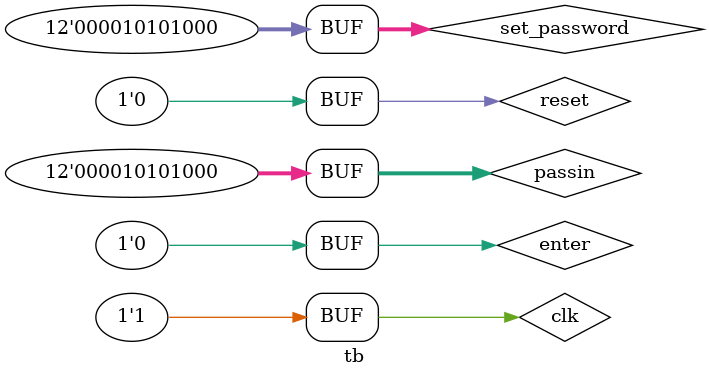
<source format=v>
module tb();
  reg  reset,enter,clk;
  reg [11:0] set_password,passin;
  wire access,alram;
  wire [1:0] count;
  
  door_security dut (.clk(clk),.reset(reset),.set_password(set_password),.passin(passin),.enter(enter),.access(access),.count(count),.alram(alram));
  
  initial begin
    clk=0;
    repeat(11) begin
    #05 clk=~clk;
  end
  end
  
  initial

    begin
      
      set_password=8'hA8;
      reset=1'b1;
      passin=8'hff;
      enter=1'b1;
      #10;
      set_password=8'hA8;
      reset=1'b0;
      passin=8'hff;
      enter=1'b1;
      #10;
      set_password=8'hA8;
      reset=1'b0;
      passin=8'hA8;
      enter=1'b1;
      
      #10;
      set_password=8'hA8;
      reset=1'b0;
      passin=8'hfe;
      enter=1'b1;
      #10;
      set_password=8'hA8;
      reset=1'b0;
      passin=8'hA8;
      enter=1'b1;
      
      #10;
      set_password=8'hA8;
      reset=1'b0;
      passin=8'hfe;
      enter=1'b0;
      
      #10;
      set_password=8'hA8;
      reset=1'b0;
      passin=8'hAE;
      enter=1'b1;
      
      #10;
      set_password=8'hA8;
      reset=1'b0;
      passin=8'hfe;
      enter=1'b1;
      #10;
      set_password=8'hA8;
      reset=1'b0;
      passin=8'hA8;
      enter=1'b1;
      #10;
      set_password=8'hA8;
      reset=1'b0;
      passin=8'hA9;
      enter=1'b1;
      #10;
      set_password=8'hA8;
      reset=1'b0;
      passin=8'hA8;
      enter=1'b0;
      
    end
  
  initial begin
  $dumpfile("dump.vcd"); $dumpvars;
end
endmodule

</source>
